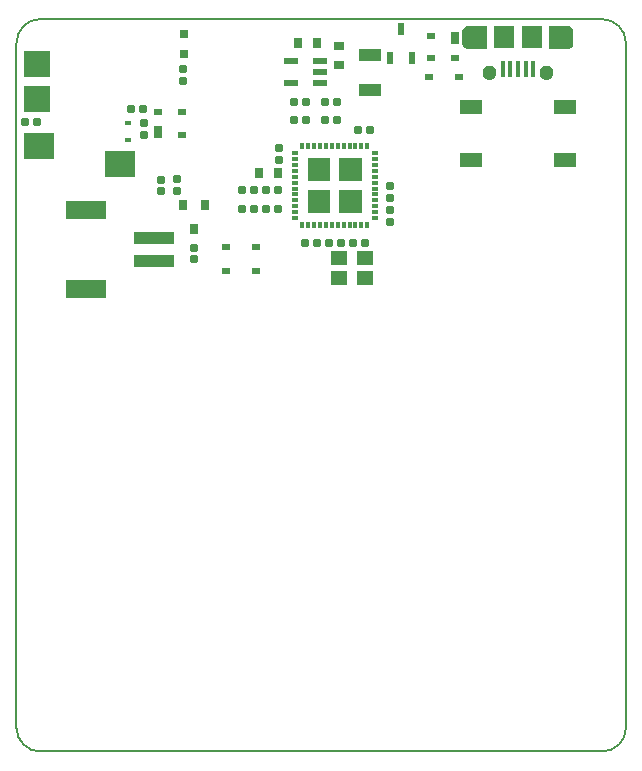
<source format=gbp>
G04*
G04 #@! TF.GenerationSoftware,Altium Limited,Altium Designer,19.1.6 (110)*
G04*
G04 Layer_Color=128*
%FSAX25Y25*%
%MOIN*%
G70*
G01*
G75*
%ADD10C,0.00787*%
%ADD13R,0.07480X0.05118*%
%ADD36R,0.01575X0.05315*%
%ADD37R,0.07087X0.07480*%
%ADD38R,0.02362X0.03937*%
%ADD39R,0.03150X0.02362*%
G04:AMPARAMS|DCode=40|XSize=23.62mil|YSize=25.59mil|CornerRadius=2.95mil|HoleSize=0mil|Usage=FLASHONLY|Rotation=90.000|XOffset=0mil|YOffset=0mil|HoleType=Round|Shape=RoundedRectangle|*
%AMROUNDEDRECTD40*
21,1,0.02362,0.01968,0,0,90.0*
21,1,0.01772,0.02559,0,0,90.0*
1,1,0.00591,0.00984,0.00886*
1,1,0.00591,0.00984,-0.00886*
1,1,0.00591,-0.00984,-0.00886*
1,1,0.00591,-0.00984,0.00886*
%
%ADD40ROUNDEDRECTD40*%
%ADD42R,0.02165X0.01181*%
%ADD43R,0.01181X0.02165*%
%ADD45R,0.02756X0.02362*%
%ADD46R,0.02756X0.03937*%
%ADD47R,0.04528X0.02362*%
%ADD48R,0.05512X0.04724*%
%ADD49R,0.07480X0.03937*%
%ADD50R,0.03150X0.03543*%
%ADD51R,0.03543X0.03150*%
%ADD52R,0.09843X0.08661*%
%ADD53R,0.09055X0.08661*%
%ADD54R,0.13780X0.03937*%
%ADD55R,0.13386X0.05906*%
G04:AMPARAMS|DCode=57|XSize=23.62mil|YSize=25.59mil|CornerRadius=2.95mil|HoleSize=0mil|Usage=FLASHONLY|Rotation=0.000|XOffset=0mil|YOffset=0mil|HoleType=Round|Shape=RoundedRectangle|*
%AMROUNDEDRECTD57*
21,1,0.02362,0.01968,0,0,0.0*
21,1,0.01772,0.02559,0,0,0.0*
1,1,0.00591,0.00886,-0.00984*
1,1,0.00591,-0.00886,-0.00984*
1,1,0.00591,-0.00886,0.00984*
1,1,0.00591,0.00886,0.00984*
%
%ADD57ROUNDEDRECTD57*%
%ADD84R,0.02362X0.01575*%
%ADD85R,0.02756X0.02756*%
G36*
X-0018342Y0241433D02*
X-0017788Y0240879D01*
X-0017488Y0240155D01*
Y0239764D01*
Y0236221D01*
Y0235829D01*
X-0017788Y0235105D01*
X-0018342Y0234552D01*
X-0019065Y0234252D01*
X-0025756D01*
Y0241732D01*
X-0019065D01*
X-0018342Y0241433D01*
D02*
G37*
G36*
X-0046228Y0234252D02*
X-0052919D01*
X-0053643Y0234552D01*
X-0054196Y0235105D01*
X-0054496Y0235829D01*
Y0236221D01*
Y0239764D01*
Y0240155D01*
X-0054196Y0240879D01*
X-0053643Y0241433D01*
X-0052919Y0241732D01*
X-0046228D01*
Y0234252D01*
D02*
G37*
G36*
X-0025274Y0228327D02*
X-0024693Y0227746D01*
X-0024378Y0226986D01*
Y0226575D01*
Y0225787D01*
Y0225376D01*
X-0024693Y0224617D01*
X-0025274Y0224035D01*
X-0026034Y0223721D01*
X-0026856D01*
X-0027616Y0224035D01*
X-0028197Y0224617D01*
X-0028512Y0225376D01*
Y0225787D01*
Y0226575D01*
Y0226986D01*
X-0028197Y0227746D01*
X-0027616Y0228327D01*
X-0026856Y0228642D01*
X-0026034D01*
X-0025274Y0228327D01*
D02*
G37*
G36*
X-0044368D02*
X-0043787Y0227746D01*
X-0043472Y0226986D01*
Y0226575D01*
Y0225787D01*
Y0225376D01*
X-0043787Y0224617D01*
X-0044368Y0224035D01*
X-0045128Y0223721D01*
X-0045950D01*
X-0046710Y0224035D01*
X-0047292Y0224617D01*
X-0047606Y0225376D01*
Y0225787D01*
Y0226575D01*
Y0226986D01*
X-0047292Y0227746D01*
X-0046710Y0228327D01*
X-0045950Y0228642D01*
X-0045128D01*
X-0044368Y0228327D01*
D02*
G37*
G36*
X-0088008Y0190201D02*
X-0095488D01*
Y0197681D01*
X-0088008D01*
Y0190201D01*
D02*
G37*
G36*
X-0098638D02*
X-0106118D01*
Y0197681D01*
X-0098638D01*
Y0190201D01*
D02*
G37*
G36*
X-0088008Y0179571D02*
X-0095488D01*
Y0187051D01*
X-0088008D01*
Y0179571D01*
D02*
G37*
G36*
X-0098638D02*
X-0106118D01*
Y0187051D01*
X-0098638D01*
Y0179571D01*
D02*
G37*
D10*
X-0000000Y0236221D02*
G03*
X-0007874Y0244094I-0007874J0000000D01*
G01*
X-0007874Y0000000D02*
G03*
X0000000Y0007874I0000000J0007874D01*
G01*
X-0195276Y0244094D02*
G03*
X-0203150Y0236221I0000000J-0007874D01*
G01*
Y0007874D02*
G03*
X-0195276Y0000000I0007874J0000000D01*
G01*
Y0244094D02*
X-0007874D01*
X-0195276Y0000000D02*
X-0007874D01*
X0000000Y0007874D02*
Y0236221D01*
X-0203150Y0007874D02*
Y0236221D01*
X-0000000D02*
X0000000D01*
X-0009843Y0244094D02*
X-0007874Y0244094D01*
X-0177165D02*
X-0177165Y0244094D01*
D13*
X-0020472Y0214864D02*
D03*
Y0197147D02*
D03*
X-0051771Y0214864D02*
D03*
Y0197147D02*
D03*
D36*
X-0030874Y0227461D02*
D03*
X-0033433D02*
D03*
X-0035992D02*
D03*
X-0038551D02*
D03*
X-0041110D02*
D03*
D37*
X-0031465Y0237992D02*
D03*
X-0040520D02*
D03*
D38*
X-0074900Y0240724D02*
D03*
X-0078640Y0231276D02*
D03*
X-0071160D02*
D03*
D39*
X-0123425Y0168110D02*
D03*
X-0133268D02*
D03*
Y0160236D02*
D03*
X-0123425D02*
D03*
X-0055693Y0224926D02*
D03*
X-0065535D02*
D03*
D40*
X-0096457Y0216417D02*
D03*
X-0100394D02*
D03*
X-0127953Y0180709D02*
D03*
X-0124016D02*
D03*
X-0116142D02*
D03*
X-0120079D02*
D03*
X-0127953Y0187008D02*
D03*
X-0124016D02*
D03*
X-0116142D02*
D03*
X-0120079D02*
D03*
X-0106713Y0216419D02*
D03*
X-0110650D02*
D03*
X-0102969Y0169532D02*
D03*
X-0106905D02*
D03*
X-0086953Y0169531D02*
D03*
X-0090890D02*
D03*
X-0098890Y0169531D02*
D03*
X-0094953D02*
D03*
X-0196464Y0209791D02*
D03*
X-0200401D02*
D03*
X-0161078Y0214228D02*
D03*
X-0165015D02*
D03*
X-0089173Y0207083D02*
D03*
X-0085236D02*
D03*
X-0100394Y0210476D02*
D03*
X-0096457D02*
D03*
X-0110630D02*
D03*
X-0106693D02*
D03*
D42*
X-0083776Y0177799D02*
D03*
Y0179768D02*
D03*
Y0181736D02*
D03*
Y0183705D02*
D03*
Y0185673D02*
D03*
Y0187642D02*
D03*
Y0189610D02*
D03*
Y0191579D02*
D03*
Y0193547D02*
D03*
Y0195516D02*
D03*
Y0197484D02*
D03*
Y0199453D02*
D03*
X-0110350D02*
D03*
Y0197484D02*
D03*
Y0195516D02*
D03*
Y0193547D02*
D03*
Y0191579D02*
D03*
Y0189610D02*
D03*
Y0187642D02*
D03*
Y0185673D02*
D03*
Y0183705D02*
D03*
Y0181736D02*
D03*
Y0179768D02*
D03*
Y0177799D02*
D03*
D43*
X-0086236Y0201913D02*
D03*
X-0088205D02*
D03*
X-0090173D02*
D03*
X-0092142D02*
D03*
X-0094110D02*
D03*
X-0096079D02*
D03*
X-0098047D02*
D03*
X-0100016D02*
D03*
X-0101984D02*
D03*
X-0103953D02*
D03*
X-0105921D02*
D03*
X-0107890D02*
D03*
Y0175339D02*
D03*
X-0105921D02*
D03*
X-0103953D02*
D03*
X-0101984D02*
D03*
X-0100016D02*
D03*
X-0098047D02*
D03*
X-0096079D02*
D03*
X-0094110D02*
D03*
X-0092142D02*
D03*
X-0090173D02*
D03*
X-0088205D02*
D03*
X-0086236D02*
D03*
D45*
X-0064957Y0231073D02*
D03*
Y0238553D02*
D03*
X-0057083Y0231073D02*
D03*
X-0155841Y0213071D02*
D03*
X-0147967D02*
D03*
Y0205591D02*
D03*
D46*
X-0057083Y0237766D02*
D03*
X-0155841Y0206378D02*
D03*
D47*
X-0111780Y0222822D02*
D03*
Y0230302D02*
D03*
X-0101937Y0222822D02*
D03*
Y0230302D02*
D03*
Y0226562D02*
D03*
D48*
X-0087055Y0164366D02*
D03*
Y0157673D02*
D03*
X-0095717Y0164366D02*
D03*
Y0157673D02*
D03*
D49*
X-0085338Y0232283D02*
D03*
Y0220473D02*
D03*
D50*
X-0144069Y0174240D02*
D03*
X-0147809Y0182114D02*
D03*
X-0140329D02*
D03*
X-0122165Y0192657D02*
D03*
X-0115866D02*
D03*
X-0102929Y0236193D02*
D03*
X-0109228D02*
D03*
D51*
X-0095575Y0228740D02*
D03*
Y0235039D02*
D03*
D52*
X-0168644Y0195760D02*
D03*
X-0195809Y0201665D02*
D03*
D53*
X-0196203Y0217414D02*
D03*
Y0229225D02*
D03*
D54*
X-0157441Y0171228D02*
D03*
Y0163354D02*
D03*
D55*
X-0180078Y0180480D02*
D03*
Y0154102D02*
D03*
D57*
X-0147539Y0223455D02*
D03*
Y0227392D02*
D03*
X-0155142Y0186673D02*
D03*
Y0190610D02*
D03*
X-0149685Y0190723D02*
D03*
Y0186786D02*
D03*
X-0115732Y0197204D02*
D03*
Y0201141D02*
D03*
X-0143992Y0164043D02*
D03*
Y0167980D02*
D03*
X-0160671Y0209324D02*
D03*
Y0205387D02*
D03*
X-0078740Y0188555D02*
D03*
Y0184618D02*
D03*
X-0078740Y0180555D02*
D03*
Y0176618D02*
D03*
D84*
X-0166042Y0209348D02*
D03*
Y0203836D02*
D03*
D85*
X-0147424Y0239090D02*
D03*
Y0232594D02*
D03*
M02*

</source>
